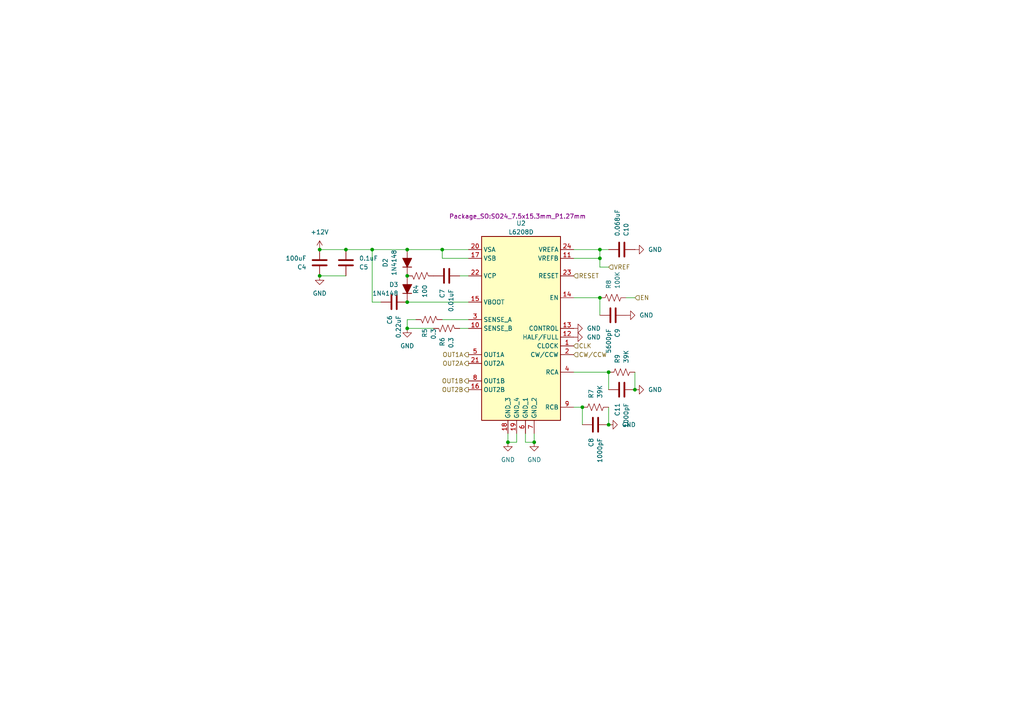
<source format=kicad_sch>
(kicad_sch (version 20231120) (generator "eeschema") (generator_version "8.0")
  (paper "A4")
  (title_block (title "Motor Driver Configuration") (company "Renegade Labs Inc") (comment 1 "San Diego, CA"))
  (lib_symbols
    (symbol "Device:C" (pin_numbers hide) (pin_names (offset 0.254))
      (property "Reference" "C" (at 0.635 2.54 0))
      (property "Value" "C" (at 0.635 -2.54 0))
      (symbol "C_0_1"
        (polyline (pts (xy -2.032 -0.762) (xy 2.032 -0.762)) (stroke (width 0.508)))
        (polyline (pts (xy -2.032 0.762) (xy 2.032 0.762)) (stroke (width 0.508)))
      )
      (symbol "C_1_1"
        (pin passive line (at 0 3.81 270) (length 2.794) (name "~") (number "1"))
        (pin passive line (at 0 -3.81 90) (length 2.794) (name "~") (number "2"))
      )
    )
    (symbol "Device:D_Filled" (pin_numbers hide) (pin_names (offset 1.016) hide)
      (property "Reference" "D" (at 0 2.54 0))
      (property "Value" "D_Filled" (at 0 -2.54 0))
      (symbol "D_Filled_0_1"
        (polyline (pts (xy -1.27 1.27) (xy -1.27 -1.27)) (stroke (width 0.254)))
        (polyline (pts (xy 1.27 0) (xy -1.27 0)))
        (polyline (pts (xy 1.27 1.27) (xy 1.27 -1.27) (xy -1.27 0) (xy 1.27 1.27)) (stroke (width 0.254)) (fill (type outline)))
      )
      (symbol "D_Filled_1_1"
        (pin passive line (at -3.81 0 0) (length 2.54) (name "K") (number "1"))
        (pin passive line (at 3.81 0 180) (length 2.54) (name "A") (number "2"))
      )
    )
    (symbol "Device:R_US" (pin_numbers hide) (pin_names (offset 0))
      (property "Reference" "R" (at 2.54 0 90))
      (property "Value" "R_US" (at -2.54 0 90))
      (symbol "R_US_0_1"
        (polyline (pts (xy 0 -2.286) (xy 0 -2.54)))
        (polyline (pts (xy 0 2.286) (xy 0 2.54)))
        (polyline (pts (xy 0 -0.762) (xy 1.016 -1.143) (xy 0 -1.524) (xy -1.016 -1.905) (xy 0 -2.286)))
        (polyline (pts (xy 0 0.762) (xy 1.016 0.381) (xy 0 0) (xy -1.016 -0.381) (xy 0 -0.762)))
        (polyline (pts (xy 0 2.286) (xy 1.016 1.905) (xy 0 1.524) (xy -1.016 1.143) (xy 0 0.762)))
      )
      (symbol "R_US_1_1"
        (pin passive line (at 0 3.81 270) (length 1.27) (name "~") (number "1"))
        (pin passive line (at 0 -3.81 90) (length 1.27) (name "~") (number "2"))
      )
    )
    (symbol "Driver_Motor:L6208D"
      (property "Reference" "U" (at 0 0 0))
      (symbol "L6208D_0_1"
        (rectangle (start -1.27 -1.27) (end 21.59 -54.61) (stroke (width 0.254)) (fill (type background)))
      )
      (symbol "L6208D_1_1"
        (pin input line (at 25.4 -33.02 180) (length 3.81) (name "CLOCK") (number "1"))
        (pin input line (at -5.08 -27.94 0) (length 3.81) (name "SENSE_B") (number "10"))
        (pin input line (at 25.4 -7.62 180) (length 3.81) (name "VREFB") (number "11"))
        (pin input line (at 25.4 -30.48 180) (length 3.81) (name "HALF/FULL") (number "12"))
        (pin input line (at 25.4 -27.94 180) (length 3.81) (name "CONTROL") (number "13"))
        (pin input line (at 25.4 -19.05 180) (length 3.81) (name "EN") (number "14"))
        (pin input line (at -5.08 -20.32 0) (length 3.81) (name "VBOOT") (number "15"))
        (pin output line (at -5.08 -45.72 0) (length 3.81) (name "OUT2B") (number "16"))
        (pin power_in line (at -5.08 -7.62 0) (length 3.81) (name "VSB") (number "17"))
        (pin power_in line (at 6.35 -58.42 90) (length 3.81) (name "GND_3") (number "18"))
        (pin power_in line (at 8.89 -58.42 90) (length 3.81) (name "GND_4") (number "19"))
        (pin input line (at 25.4 -35.56 180) (length 3.81) (name "CW/CCW") (number "2"))
        (pin power_in line (at -5.08 -5.08 0) (length 3.81) (name "VSA") (number "20"))
        (pin output line (at -5.08 -38.1 0) (length 3.81) (name "OUT2A") (number "21"))
        (pin input line (at -5.08 -12.7 0) (length 3.81) (name "VCP") (number "22"))
        (pin input line (at 25.4 -12.7 180) (length 3.81) (name "RESET") (number "23"))
        (pin input line (at 25.4 -5.08 180) (length 3.81) (name "VREFA") (number "24"))
        (pin input line (at -5.08 -25.4 0) (length 3.81) (name "SENSE_A") (number "3"))
        (pin input line (at 25.4 -40.64 180) (length 3.81) (name "RCA") (number "4"))
        (pin output line (at -5.08 -35.56 0) (length 3.81) (name "OUT1A") (number "5"))
        (pin power_in line (at 11.43 -58.42 90) (length 3.81) (name "GND_1") (number "6"))
        (pin power_in line (at 13.97 -58.42 90) (length 3.81) (name "GND_2") (number "7"))
        (pin output line (at -5.08 -43.18 0) (length 3.81) (name "OUT1B") (number "8"))
        (pin input line (at 25.4 -50.8 180) (length 3.81) (name "RCB") (number "9"))
      )
    )
    (symbol "power:+12V" (power) (pin_numbers hide) (pin_names (offset 0) hide)
      (property "Value" "+12V" (at 0 3.556 0))
      (symbol "+12V_0_1"
        (polyline (pts (xy -0.762 1.27) (xy 0 2.54)))
        (polyline (pts (xy 0 0) (xy 0 2.54)))
        (polyline (pts (xy 0 2.54) (xy 0.762 1.27)))
      )
      (symbol "+12V_1_1"
        (pin power_in line (at 0 0 90) (length 0) (name "~") (number "1"))
      )
    )
    (symbol "power:GND" (power) (pin_numbers hide) (pin_names (offset 0) hide)
      (property "Value" "GND" (at 0 -3.81 0))
      (symbol "GND_0_1"
        (polyline (pts (xy 0 0) (xy 0 -1.27) (xy 1.27 -1.27) (xy 0 -2.54) (xy -1.27 -1.27) (xy 0 -1.27)))
      )
      (symbol "GND_1_1"
        (pin power_in line (at 0 0 270) (length 0) (name "~") (number "1"))
      )
    )
  )
  (junction (at 128.27 72.39))
  (junction (at 173.99 72.39))
  (junction (at 118.11 87.63))
  (junction (at 168.91 118.11))
  (junction (at 173.99 74.93))
  (junction (at 107.95 72.39))
  (junction (at 173.99 86.36))
  (junction (at 154.94 128.27))
  (junction (at 176.53 107.95))
  (junction (at 118.11 80.01))
  (junction (at 184.15 113.03))
  (junction (at 100.33 72.39))
  (junction (at 147.32 128.27))
  (junction (at 118.11 95.25))
  (junction (at 176.53 123.19))
  (junction (at 92.71 72.39))
  (junction (at 118.11 72.39))
  (junction (at 92.71 80.01))
  (wire (pts (xy 166.37 107.95) (xy 176.53 107.95)))
  (wire (pts (xy 181.61 86.36) (xy 184.15 86.36)))
  (wire (pts (xy 173.99 72.39) (xy 173.99 74.93)))
  (wire (pts (xy 147.32 125.73) (xy 147.32 128.27)))
  (wire (pts (xy 128.27 72.39) (xy 128.27 74.93)))
  (wire (pts (xy 110.49 87.63) (xy 107.95 87.63)))
  (wire (pts (xy 166.37 74.93) (xy 173.99 74.93)))
  (wire (pts (xy 133.35 80.01) (xy 135.89 80.01)))
  (wire (pts (xy 173.99 77.47) (xy 173.99 74.93)))
  (wire (pts (xy 107.95 72.39) (xy 118.11 72.39)))
  (wire (pts (xy 118.11 87.63) (xy 135.89 87.63)))
  (wire (pts (xy 133.35 95.25) (xy 135.89 95.25)))
  (wire (pts (xy 92.71 72.39) (xy 100.33 72.39)))
  (wire (pts (xy 166.37 86.36) (xy 173.99 86.36)))
  (wire (pts (xy 168.91 123.19) (xy 168.91 118.11)))
  (wire (pts (xy 173.99 86.36) (xy 173.99 91.44)))
  (wire (pts (xy 92.71 80.01) (xy 100.33 80.01)))
  (wire (pts (xy 152.4 128.27) (xy 154.94 128.27)))
  (wire (pts (xy 166.37 72.39) (xy 173.99 72.39)))
  (wire (pts (xy 176.53 113.03) (xy 176.53 107.95)))
  (wire (pts (xy 128.27 72.39) (xy 135.89 72.39)))
  (wire (pts (xy 118.11 92.71) (xy 118.11 95.25)))
  (wire (pts (xy 152.4 125.73) (xy 152.4 128.27)))
  (wire (pts (xy 128.27 74.93) (xy 135.89 74.93)))
  (wire (pts (xy 100.33 72.39) (xy 107.95 72.39)))
  (wire (pts (xy 107.95 87.63) (xy 107.95 72.39)))
  (wire (pts (xy 125.73 95.25) (xy 118.11 95.25)))
  (wire (pts (xy 128.27 92.71) (xy 135.89 92.71)))
  (wire (pts (xy 149.86 125.73) (xy 149.86 128.27)))
  (wire (pts (xy 118.11 72.39) (xy 128.27 72.39)))
  (wire (pts (xy 147.32 128.27) (xy 149.86 128.27)))
  (wire (pts (xy 184.15 113.03) (xy 184.15 107.95)))
  (wire (pts (xy 166.37 118.11) (xy 168.91 118.11)))
  (wire (pts (xy 154.94 125.73) (xy 154.94 128.27)))
  (wire (pts (xy 176.53 123.19) (xy 176.53 118.11)))
  (wire (pts (xy 173.99 72.39) (xy 176.53 72.39)))
  (wire (pts (xy 173.99 77.47) (xy 176.53 77.47)))
  (wire (pts (xy 120.65 92.71) (xy 118.11 92.71)))
  (hierarchical_label "VREF" (shape input) (at 176.53 77.47 0))
  (hierarchical_label "EN" (shape input) (at 184.15 86.36 0))
  (hierarchical_label "OUT2B" (shape output) (at 135.89 113.03 180))
  (hierarchical_label "RESET" (shape input) (at 166.37 80.01 0))
  (hierarchical_label "OUT1A" (shape output) (at 135.89 102.87 180))
  (hierarchical_label "CLK" (shape input) (at 166.37 100.33 0))
  (hierarchical_label "OUT1B" (shape output) (at 135.89 110.49 180))
  (hierarchical_label "CW{slash}CCW" (shape input) (at 166.37 102.87 0))
  (hierarchical_label "OUT2A" (shape output) (at 135.89 105.41 180))
  (symbol (lib_id "power:GND") (at 166.37 97.79 90) (unit 1)
    (property "Reference" "#PWR019" (effects (hide yes)))
    (property "Value" "GND" (at 170.18 97.7899 90) (effects (justify right)))
    (property "Description" "Power symbol creates a global label with name \"GND\" , ground" (effects (hide yes)))
    (instances (project "" (path "" (reference "#PWR019") (unit 1)) (path "" (reference "#PWR021") (unit 1)) (path "" (reference "#PWR020") (unit 1))))
  )
  (symbol (lib_id "Device:C") (at 114.3 87.63 90) (mirror x) (unit 1)
    (property "Reference" "C6" (at 113.0299 91.44 0) (effects (justify left)))
    (property "Value" "0.22uF" (at 115.5699 91.44 0) (effects (justify left)))
    (property "Footprint" "Capacitor_SMD:C_0201_0603Metric" (effects (hide yes)))
    (property "Description" "Unpolarized capacitor" (effects (hide yes)))
    (instances (project "pcb-schematics" (path "" (reference "C6") (unit 1)) (path "" (reference "C22") (unit 1)) (path "" (reference "C14") (unit 1))))
  )
  (symbol (lib_id "Device:R_US") (at 177.8 86.36 90) (unit 1)
    (property "Reference" "R8" (at 176.5299 83.82 0) (effects (justify left)))
    (property "Value" "100K" (at 179.0699 83.82 0) (effects (justify left)))
    (property "Footprint" "Resistor_SMD:R_1206_3216Metric" (effects (hide yes)))
    (property "Description" "Resistor, US symbol" (effects (hide yes)))
    (instances (project "pcb-schematics" (path "" (reference "R8") (unit 1)) (path "" (reference "R20") (unit 1)) (path "" (reference "R14") (unit 1))))
  )
  (symbol (lib_id "Device:C") (at 180.34 113.03 90) (mirror x) (unit 1)
    (property "Reference" "C11" (at 179.0699 116.84 0) (effects (justify left)))
    (property "Value" "1000pF" (at 181.6099 116.84 0) (effects (justify left)))
    (property "Footprint" "Capacitor_SMD:C_0402_1005Metric" (effects (hide yes)))
    (property "Description" "Unpolarized capacitor" (effects (hide yes)))
    (instances (project "pcb-schematics" (path "" (reference "C11") (unit 1)) (path "" (reference "C27") (unit 1)) (path "" (reference "C19") (unit 1))))
  )
  (symbol (lib_id "power:GND") (at 184.15 113.03 90) (unit 1)
    (property "Reference" "#PWR010" (effects (hide yes)))
    (property "Value" "GND" (at 187.96 113.0299 90) (effects (justify right)))
    (property "Description" "Power symbol creates a global label with name \"GND\" , ground" (effects (hide yes)))
    (instances (project "" (path "" (reference "#PWR010") (unit 1)) (path "" (reference "#PWR012") (unit 1)) (path "" (reference "#PWR011") (unit 1))))
  )
  (symbol (lib_id "Device:C") (at 180.34 72.39 270) (mirror x) (unit 1)
    (property "Reference" "C10" (at 181.6101 68.58 0) (effects (justify left)))
    (property "Value" "0.068uF" (at 179.0701 68.58 0) (effects (justify left)))
    (property "Footprint" "Capacitor_SMD:C_0402_1005Metric" (effects (hide yes)))
    (property "Description" "Unpolarized capacitor" (effects (hide yes)))
    (instances (project "pcb-schematics" (path "" (reference "C10") (unit 1)) (path "" (reference "C26") (unit 1)) (path "" (reference "C18") (unit 1))))
  )
  (symbol (lib_id "power:GND") (at 184.15 72.39 90) (unit 1)
    (property "Reference" "#PWR013" (effects (hide yes)))
    (property "Value" "GND" (at 187.96 72.3899 90) (effects (justify right)))
    (property "Description" "Power symbol creates a global label with name \"GND\" , ground" (effects (hide yes)))
    (instances (project "" (path "" (reference "#PWR013") (unit 1)) (path "" (reference "#PWR015") (unit 1)) (path "" (reference "#PWR014") (unit 1))))
  )
  (symbol (lib_id "Device:D_Filled") (at 118.11 76.2 90) (unit 1)
    (property "Reference" "D2" (at 111.76 76.2 0))
    (property "Value" "1N4148" (at 114.3 76.2 0))
    (property "Footprint" "Diode_SMD:D_SOD-523" (effects (hide yes)))
    (property "Description" "Diode, filled shape" (effects (hide yes)))
    (property "Sim.Device" "D" (effects (hide yes)))
    (property "Sim.Pins" "1=K 2=A" (effects (hide yes)))
    (instances (project "pcb-schematics" (path "" (reference "D2") (unit 1)) (path "" (reference "D6") (unit 1)) (path "" (reference "D4") (unit 1))))
  )
  (symbol (lib_id "power:GND") (at 176.53 123.19 90) (unit 1)
    (property "Reference" "#PWR07" (effects (hide yes)))
    (property "Value" "GND" (at 180.34 123.1899 90) (effects (justify right)))
    (property "Description" "Power symbol creates a global label with name \"GND\" , ground" (effects (hide yes)))
    (instances (project "" (path "" (reference "#PWR07") (unit 1)) (path "" (reference "#PWR09") (unit 1)) (path "" (reference "#PWR08") (unit 1))))
  )
  (symbol (lib_id "Device:R_US") (at 172.72 118.11 90) (unit 1)
    (property "Reference" "R7" (at 171.4499 115.57 0) (effects (justify left)))
    (property "Value" "39K" (at 173.9899 115.57 0) (effects (justify left)))
    (property "Footprint" "Resistor_SMD:R_0612_1632Metric" (effects (hide yes)))
    (property "Description" "Resistor, US symbol" (effects (hide yes)))
    (instances (project "pcb-schematics" (path "" (reference "R7") (unit 1)) (path "" (reference "R19") (unit 1)) (path "" (reference "R13") (unit 1))))
  )
  (symbol (lib_id "Device:C") (at 100.33 76.2 0) (mirror x) (unit 1)
    (property "Reference" "C5" (at 104.14 77.4701 0) (effects (justify left)))
    (property "Value" "0.1uF" (at 104.14 74.9301 0) (effects (justify left)))
    (property "Footprint" "Capacitor_SMD:C_0201_0603Metric_Pad0.64x0.40mm_HandSolder" (effects (hide yes)))
    (property "Description" "Unpolarized capacitor" (effects (hide yes)))
    (instances (project "pcb-schematics" (path "" (reference "C5") (unit 1)) (path "" (reference "C21") (unit 1)) (path "" (reference "C13") (unit 1))))
  )
  (symbol (lib_id "power:GND") (at 166.37 95.25 90) (unit 1)
    (property "Reference" "#PWR016" (effects (hide yes)))
    (property "Value" "GND" (at 170.18 95.2499 90) (effects (justify right)))
    (property "Description" "Power symbol creates a global label with name \"GND\" , ground" (effects (hide yes)))
    (instances (project "" (path "" (reference "#PWR016") (unit 1)) (path "" (reference "#PWR018") (unit 1)) (path "" (reference "#PWR017") (unit 1))))
  )
  (symbol (lib_id "Device:D_Filled") (at 118.11 83.82 270) (mirror x) (unit 1)
    (property "Reference" "D3" (at 115.57 82.5499 90) (effects (justify right)))
    (property "Value" "1N4148" (at 115.57 85.0899 90) (effects (justify right)))
    (property "Footprint" "Diode_SMD:D_SOD-523" (effects (hide yes)))
    (property "Description" "Diode, filled shape" (effects (hide yes)))
    (property "Sim.Device" "D" (effects (hide yes)))
    (property "Sim.Pins" "1=K 2=A" (effects (hide yes)))
    (instances (project "pcb-schematics" (path "" (reference "D3") (unit 1)) (path "" (reference "D7") (unit 1)) (path "" (reference "D5") (unit 1))))
  )
  (symbol (lib_id "Device:R_US") (at 129.54 95.25 90) (mirror x) (unit 1)
    (property "Reference" "R6" (at 128.2699 97.79 0) (effects (justify left)))
    (property "Value" "0.3" (at 130.8099 97.79 0) (effects (justify left)))
    (property "Footprint" "Resistor_SMD:R_0805_2012Metric" (effects (hide yes)))
    (property "Description" "Resistor, US symbol" (effects (hide yes)))
    (instances (project "pcb-schematics" (path "" (reference "R6") (unit 1)) (path "" (reference "R18") (unit 1)) (path "" (reference "R12") (unit 1))))
  )
  (symbol (lib_id "Device:R_US") (at 124.46 92.71 90) (mirror x) (unit 1)
    (property "Reference" "R5" (at 123.1899 95.25 0) (effects (justify left)))
    (property "Value" "0.3" (at 125.7299 95.25 0) (effects (justify left)))
    (property "Footprint" "Resistor_SMD:R_0805_2012Metric" (effects (hide yes)))
    (property "Description" "Resistor, US symbol" (effects (hide yes)))
    (instances (project "pcb-schematics" (path "" (reference "R5") (unit 1)) (path "" (reference "R17") (unit 1)) (path "" (reference "R11") (unit 1))))
  )
  (symbol (lib_id "power:GND") (at 181.61 91.44 90) (unit 1)
    (property "Reference" "#PWR022" (effects (hide yes)))
    (property "Value" "GND" (at 185.42 91.4399 90) (effects (justify right)))
    (property "Description" "Power symbol creates a global label with name \"GND\" , ground" (effects (hide yes)))
    (instances (project "" (path "" (reference "#PWR022") (unit 1)) (path "" (reference "#PWR024") (unit 1)) (path "" (reference "#PWR023") (unit 1))))
  )
  (symbol (lib_id "power:GND") (at 92.71 80.01 0) (unit 1)
    (property "Reference" "#PWR036" (effects (hide yes)))
    (property "Value" "GND" (at 92.71 85.09 0))
    (property "Description" "Power symbol creates a global label with name \"GND\" , ground" (effects (hide yes)))
    (instances (project "" (path "" (reference "#PWR036") (unit 1)) (path "" (reference "#PWR038") (unit 1)) (path "" (reference "#PWR037") (unit 1))))
  )
  (symbol (lib_id "power:GND") (at 147.32 128.27 0) (unit 1)
    (property "Reference" "#PWR042" (effects (hide yes)))
    (property "Value" "GND" (at 147.32 133.35 0))
    (property "Description" "Power symbol creates a global label with name \"GND\" , ground" (effects (hide yes)))
    (instances (project "pcb-schematics" (path "" (reference "#PWR042") (unit 1)) (path "" (reference "#PWR044") (unit 1)) (path "" (reference "#PWR043") (unit 1))))
  )
  (symbol (lib_id "power:+12V") (at 92.71 72.39 0) (unit 1)
    (property "Reference" "#PWR046" (effects (hide yes)))
    (property "Value" "+12V" (at 92.71 67.31 0))
    (property "Description" "Power symbol creates a global label with name \"+12V\"" (effects (hide yes)))
    (instances (project "" (path "" (reference "#PWR046") (unit 1)) (path "" (reference "#PWR048") (unit 1)) (path "" (reference "#PWR047") (unit 1))))
  )
  (symbol (lib_id "Device:C") (at 172.72 123.19 90) (mirror x) (unit 1)
    (property "Reference" "C8" (at 171.4499 127 0) (effects (justify left)))
    (property "Value" "1000pF" (at 173.9899 127 0) (effects (justify left)))
    (property "Footprint" "Capacitor_SMD:C_0402_1005Metric" (effects (hide yes)))
    (property "Description" "Unpolarized capacitor" (effects (hide yes)))
    (instances (project "pcb-schematics" (path "" (reference "C8") (unit 1)) (path "" (reference "C24") (unit 1)) (path "" (reference "C16") (unit 1))))
  )
  (symbol (lib_id "Device:R_US") (at 180.34 107.95 90) (unit 1)
    (property "Reference" "R9" (at 179.0699 105.41 0) (effects (justify left)))
    (property "Value" "39K" (at 181.6099 105.41 0) (effects (justify left)))
    (property "Footprint" "Resistor_SMD:R_0612_1632Metric" (effects (hide yes)))
    (property "Description" "Resistor, US symbol" (effects (hide yes)))
    (instances (project "pcb-schematics" (path "" (reference "R9") (unit 1)) (path "" (reference "R21") (unit 1)) (path "" (reference "R15") (unit 1))))
  )
  (symbol (lib_id "power:GND") (at 154.94 128.27 0) (unit 1)
    (property "Reference" "#PWR04" (effects (hide yes)))
    (property "Value" "GND" (at 152.908 133.35 0) (effects (justify left)))
    (property "Description" "Power symbol creates a global label with name \"GND\" , ground" (effects (hide yes)))
    (instances (project "" (path "" (reference "#PWR04") (unit 1)) (path "" (reference "#PWR06") (unit 1)) (path "" (reference "#PWR05") (unit 1))))
  )
  (symbol (lib_id "Device:R_US") (at 121.92 80.01 90) (mirror x) (unit 1)
    (property "Reference" "R4" (at 120.6499 82.55 0) (effects (justify left)))
    (property "Value" "100" (at 123.1899 82.55 0) (effects (justify left)))
    (property "Footprint" "Resistor_SMD:R_1206_3216Metric" (effects (hide yes)))
    (property "Description" "Resistor, US symbol" (effects (hide yes)))
    (instances (project "pcb-schematics" (path "" (reference "R4") (unit 1)) (path "" (reference "R16") (unit 1)) (path "" (reference "R10") (unit 1))))
  )
  (symbol (lib_id "Device:C") (at 129.54 80.01 90) (mirror x) (unit 1)
    (property "Reference" "C7" (at 128.2699 83.82 0) (effects (justify left)))
    (property "Value" "0.01uF" (at 130.8099 83.82 0) (effects (justify left)))
    (property "Footprint" "Capacitor_SMD:C_0201_0603Metric" (effects (hide yes)))
    (property "Description" "Unpolarized capacitor" (effects (hide yes)))
    (instances (project "pcb-schematics" (path "" (reference "C7") (unit 1)) (path "" (reference "C23") (unit 1)) (path "" (reference "C15") (unit 1))))
  )
  (symbol (lib_id "Device:C") (at 92.71 76.2 180) (unit 1)
    (property "Reference" "C4" (at 88.9 77.4701 0) (effects (justify left)))
    (property "Value" "100uF" (at 88.9 74.9301 0) (effects (justify left)))
    (property "Footprint" "Capacitor_SMD:C_1210_3225Metric" (effects (hide yes)))
    (property "Description" "Unpolarized capacitor" (effects (hide yes)))
    (instances (project "pcb-schematics" (path "" (reference "C4") (unit 1)) (path "" (reference "C20") (unit 1)) (path "" (reference "C12") (unit 1))))
  )
  (symbol (lib_id "Driver_Motor:L6208D") (at 140.97 67.31 0) (unit 1)
    (property "Reference" "U2" (at 151.13 64.77 0))
    (property "Value" "L6208D" (at 151.13 67.31 0))
    (property "Footprint" "Package_SO:SO24_7.5x15.3mm_P1.27mm" (at 150.114 62.738 0))
    (instances (project "" (path "" (reference "U2") (unit 1)) (path "" (reference "U4") (unit 1)) (path "" (reference "U3") (unit 1))))
  )
  (symbol (lib_id "power:GND") (at 118.11 95.25 0) (unit 1)
    (property "Reference" "#PWR039" (effects (hide yes)))
    (property "Value" "GND" (at 118.11 100.33 0))
    (property "Description" "Power symbol creates a global label with name \"GND\" , ground" (effects (hide yes)))
    (instances (project "pcb-schematics" (path "" (reference "#PWR039") (unit 1)) (path "" (reference "#PWR041") (unit 1)) (path "" (reference "#PWR040") (unit 1))))
  )
  (symbol (lib_id "Device:C") (at 177.8 91.44 270) (unit 1)
    (property "Reference" "C9" (at 179.0701 95.25 0) (effects (justify left)))
    (property "Value" "5600pF" (at 176.5301 95.25 0) (effects (justify left)))
    (property "Footprint" "Capacitor_SMD:C_0402_1005Metric" (effects (hide yes)))
    (property "Description" "Unpolarized capacitor" (effects (hide yes)))
    (instances (project "pcb-schematics" (path "" (reference "C9") (unit 1)) (path "" (reference "C25") (unit 1)) (path "" (reference "C17") (unit 1))))
  )
)
</source>
